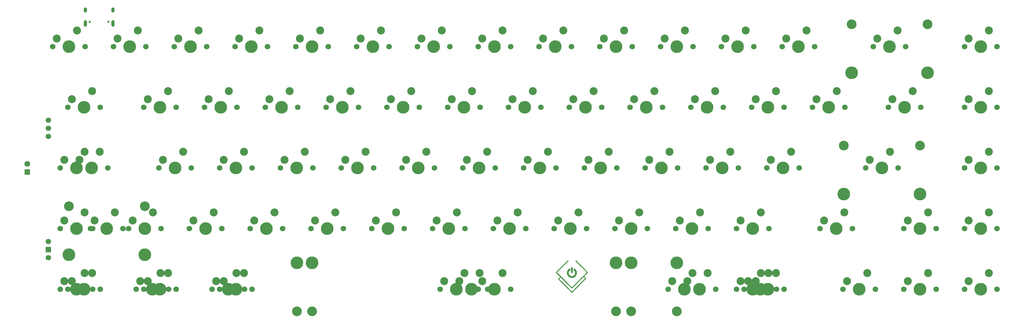
<source format=gts>
G04 #@! TF.GenerationSoftware,KiCad,Pcbnew,(5.1.5)-3*
G04 #@! TF.CreationDate,2021-03-03T02:22:02+07:00*
G04 #@! TF.ProjectId,EV65,45563635-2e6b-4696-9361-645f70636258,rev?*
G04 #@! TF.SameCoordinates,Original*
G04 #@! TF.FileFunction,Soldermask,Top*
G04 #@! TF.FilePolarity,Negative*
%FSLAX46Y46*%
G04 Gerber Fmt 4.6, Leading zero omitted, Abs format (unit mm)*
G04 Created by KiCad (PCBNEW (5.1.5)-3) date 2021-03-03 02:22:02*
%MOMM*%
%LPD*%
G04 APERTURE LIST*
%ADD10C,0.010000*%
%ADD11R,1.800000X1.800000*%
%ADD12C,1.800000*%
%ADD13C,1.700000*%
%ADD14R,1.700000X1.700000*%
%ADD15C,2.500000*%
%ADD16C,3.987800*%
%ADD17C,1.750000*%
%ADD18C,3.048000*%
%ADD19O,1.000000X1.600000*%
%ADD20O,1.000000X2.100000*%
%ADD21C,0.650000*%
G04 APERTURE END LIST*
D10*
G36*
X199565713Y-127671244D02*
G01*
X199607620Y-127682703D01*
X199618880Y-127687263D01*
X199662014Y-127711883D01*
X199700513Y-127744766D01*
X199732400Y-127783739D01*
X199755699Y-127826627D01*
X199762377Y-127845055D01*
X199764108Y-127850891D01*
X199765656Y-127856999D01*
X199767030Y-127864018D01*
X199768241Y-127872586D01*
X199769299Y-127883343D01*
X199770213Y-127896927D01*
X199770995Y-127913978D01*
X199771654Y-127935134D01*
X199772201Y-127961035D01*
X199772645Y-127992320D01*
X199772996Y-128029627D01*
X199773265Y-128073595D01*
X199773463Y-128124864D01*
X199773598Y-128184073D01*
X199773682Y-128251860D01*
X199773723Y-128328864D01*
X199773734Y-128415726D01*
X199773723Y-128513082D01*
X199773714Y-128559420D01*
X199773643Y-128668169D01*
X199773479Y-128768865D01*
X199773224Y-128861180D01*
X199772881Y-128944791D01*
X199772453Y-129019372D01*
X199771943Y-129084599D01*
X199771352Y-129140146D01*
X199770684Y-129185690D01*
X199769942Y-129220904D01*
X199769127Y-129245465D01*
X199768244Y-129259046D01*
X199767924Y-129261122D01*
X199754252Y-129301903D01*
X199732071Y-129340166D01*
X199703967Y-129374195D01*
X199672740Y-129404259D01*
X199642268Y-129425920D01*
X199609129Y-129441402D01*
X199591593Y-129447196D01*
X199558788Y-129453662D01*
X199521008Y-129456047D01*
X199482894Y-129454401D01*
X199449092Y-129448770D01*
X199438312Y-129445586D01*
X199391160Y-129423453D01*
X199349526Y-129392275D01*
X199314686Y-129353601D01*
X199287921Y-129308983D01*
X199270510Y-129259972D01*
X199266028Y-129236627D01*
X199265139Y-129224532D01*
X199264325Y-129201944D01*
X199263586Y-129169777D01*
X199262922Y-129128946D01*
X199262333Y-129080365D01*
X199261819Y-129024948D01*
X199261379Y-128963610D01*
X199261014Y-128897265D01*
X199260723Y-128826828D01*
X199260507Y-128753212D01*
X199260365Y-128677332D01*
X199260298Y-128600102D01*
X199260305Y-128522437D01*
X199260386Y-128445252D01*
X199260541Y-128369459D01*
X199260770Y-128295975D01*
X199261074Y-128225712D01*
X199261451Y-128159586D01*
X199261903Y-128098511D01*
X199262428Y-128043401D01*
X199263027Y-127995170D01*
X199263700Y-127954733D01*
X199264446Y-127923004D01*
X199265266Y-127900898D01*
X199266123Y-127889571D01*
X199279068Y-127838096D01*
X199301781Y-127791131D01*
X199333111Y-127749854D01*
X199371905Y-127715447D01*
X199417011Y-127689089D01*
X199467279Y-127671960D01*
X199481257Y-127669128D01*
X199521926Y-127666500D01*
X199565713Y-127671244D01*
G37*
X199565713Y-127671244D02*
X199607620Y-127682703D01*
X199618880Y-127687263D01*
X199662014Y-127711883D01*
X199700513Y-127744766D01*
X199732400Y-127783739D01*
X199755699Y-127826627D01*
X199762377Y-127845055D01*
X199764108Y-127850891D01*
X199765656Y-127856999D01*
X199767030Y-127864018D01*
X199768241Y-127872586D01*
X199769299Y-127883343D01*
X199770213Y-127896927D01*
X199770995Y-127913978D01*
X199771654Y-127935134D01*
X199772201Y-127961035D01*
X199772645Y-127992320D01*
X199772996Y-128029627D01*
X199773265Y-128073595D01*
X199773463Y-128124864D01*
X199773598Y-128184073D01*
X199773682Y-128251860D01*
X199773723Y-128328864D01*
X199773734Y-128415726D01*
X199773723Y-128513082D01*
X199773714Y-128559420D01*
X199773643Y-128668169D01*
X199773479Y-128768865D01*
X199773224Y-128861180D01*
X199772881Y-128944791D01*
X199772453Y-129019372D01*
X199771943Y-129084599D01*
X199771352Y-129140146D01*
X199770684Y-129185690D01*
X199769942Y-129220904D01*
X199769127Y-129245465D01*
X199768244Y-129259046D01*
X199767924Y-129261122D01*
X199754252Y-129301903D01*
X199732071Y-129340166D01*
X199703967Y-129374195D01*
X199672740Y-129404259D01*
X199642268Y-129425920D01*
X199609129Y-129441402D01*
X199591593Y-129447196D01*
X199558788Y-129453662D01*
X199521008Y-129456047D01*
X199482894Y-129454401D01*
X199449092Y-129448770D01*
X199438312Y-129445586D01*
X199391160Y-129423453D01*
X199349526Y-129392275D01*
X199314686Y-129353601D01*
X199287921Y-129308983D01*
X199270510Y-129259972D01*
X199266028Y-129236627D01*
X199265139Y-129224532D01*
X199264325Y-129201944D01*
X199263586Y-129169777D01*
X199262922Y-129128946D01*
X199262333Y-129080365D01*
X199261819Y-129024948D01*
X199261379Y-128963610D01*
X199261014Y-128897265D01*
X199260723Y-128826828D01*
X199260507Y-128753212D01*
X199260365Y-128677332D01*
X199260298Y-128600102D01*
X199260305Y-128522437D01*
X199260386Y-128445252D01*
X199260541Y-128369459D01*
X199260770Y-128295975D01*
X199261074Y-128225712D01*
X199261451Y-128159586D01*
X199261903Y-128098511D01*
X199262428Y-128043401D01*
X199263027Y-127995170D01*
X199263700Y-127954733D01*
X199264446Y-127923004D01*
X199265266Y-127900898D01*
X199266123Y-127889571D01*
X199279068Y-127838096D01*
X199301781Y-127791131D01*
X199333111Y-127749854D01*
X199371905Y-127715447D01*
X199417011Y-127689089D01*
X199467279Y-127671960D01*
X199481257Y-127669128D01*
X199521926Y-127666500D01*
X199565713Y-127671244D01*
G36*
X200346658Y-128187302D02*
G01*
X200394834Y-128204544D01*
X200419924Y-128218814D01*
X200451037Y-128240384D01*
X200486634Y-128268001D01*
X200525176Y-128300412D01*
X200565124Y-128336366D01*
X200604941Y-128374607D01*
X200610329Y-128379985D01*
X200680265Y-128453994D01*
X200741599Y-128527687D01*
X200796435Y-128603989D01*
X200846873Y-128685827D01*
X200895015Y-128776127D01*
X200895432Y-128776962D01*
X200948540Y-128896082D01*
X200991010Y-129018806D01*
X201022767Y-129144413D01*
X201043735Y-129272179D01*
X201053840Y-129401382D01*
X201053006Y-129531298D01*
X201041158Y-129661206D01*
X201018222Y-129790382D01*
X201005932Y-129841661D01*
X200974633Y-129945021D01*
X200933972Y-130050128D01*
X200885194Y-130154504D01*
X200829543Y-130255674D01*
X200768263Y-130351159D01*
X200712107Y-130426717D01*
X200685196Y-130458517D01*
X200651836Y-130494994D01*
X200614487Y-130533690D01*
X200575610Y-130572144D01*
X200537665Y-130607896D01*
X200503111Y-130638485D01*
X200487337Y-130651506D01*
X200394567Y-130719686D01*
X200294647Y-130782170D01*
X200189616Y-130837987D01*
X200081513Y-130886167D01*
X199972376Y-130925741D01*
X199864244Y-130955738D01*
X199833786Y-130962421D01*
X199756015Y-130976045D01*
X199673390Y-130986207D01*
X199589449Y-130992660D01*
X199507725Y-130995161D01*
X199431756Y-130993464D01*
X199408077Y-130991904D01*
X199287796Y-130977838D01*
X199170326Y-130954481D01*
X199056005Y-130922375D01*
X198931387Y-130876711D01*
X198812661Y-130821502D01*
X198700205Y-130757198D01*
X198594397Y-130684249D01*
X198495617Y-130603108D01*
X198404243Y-130514225D01*
X198320654Y-130418049D01*
X198245227Y-130315033D01*
X198178343Y-130205627D01*
X198120378Y-130090282D01*
X198071712Y-129969448D01*
X198032724Y-129843576D01*
X198003791Y-129713117D01*
X197995010Y-129659009D01*
X197990415Y-129617578D01*
X197987166Y-129567665D01*
X197985264Y-129512126D01*
X197984710Y-129453815D01*
X197985505Y-129395588D01*
X197987648Y-129340299D01*
X197991142Y-129290804D01*
X197994916Y-129257246D01*
X198018825Y-129125529D01*
X198053355Y-128997389D01*
X198098273Y-128873383D01*
X198153344Y-128754070D01*
X198218336Y-128640007D01*
X198293013Y-128531751D01*
X198306175Y-128514582D01*
X198337756Y-128476155D01*
X198374010Y-128435711D01*
X198413486Y-128394586D01*
X198454735Y-128354115D01*
X198496306Y-128315634D01*
X198536749Y-128280479D01*
X198574615Y-128249985D01*
X198608454Y-128225488D01*
X198636815Y-128208323D01*
X198640842Y-128206301D01*
X198690492Y-128188336D01*
X198741994Y-128180953D01*
X198793604Y-128183977D01*
X198843580Y-128197235D01*
X198890180Y-128220556D01*
X198907652Y-128232791D01*
X198932181Y-128255957D01*
X198956280Y-128286293D01*
X198977159Y-128319804D01*
X198992026Y-128352491D01*
X198992809Y-128354762D01*
X199003096Y-128402232D01*
X199003942Y-128452590D01*
X198995741Y-128502930D01*
X198978884Y-128550341D01*
X198962400Y-128579846D01*
X198949387Y-128596146D01*
X198930478Y-128615767D01*
X198909020Y-128635323D01*
X198900904Y-128642026D01*
X198868415Y-128669638D01*
X198832450Y-128702966D01*
X198795190Y-128739755D01*
X198758812Y-128777749D01*
X198725494Y-128814692D01*
X198697415Y-128848330D01*
X198682208Y-128868470D01*
X198634067Y-128944113D01*
X198591213Y-129027309D01*
X198555001Y-129114893D01*
X198526785Y-129203703D01*
X198512464Y-129265167D01*
X198504768Y-129315161D01*
X198499395Y-129372441D01*
X198496494Y-129433088D01*
X198496216Y-129493181D01*
X198498711Y-129548801D01*
X198500763Y-129571187D01*
X198517926Y-129675967D01*
X198545948Y-129777934D01*
X198584466Y-129876356D01*
X198633114Y-129970498D01*
X198691528Y-130059625D01*
X198759343Y-130143005D01*
X198811975Y-130197330D01*
X198890150Y-130264779D01*
X198975940Y-130324597D01*
X199067846Y-130376027D01*
X199164368Y-130418310D01*
X199264006Y-130450687D01*
X199351471Y-130470106D01*
X199385868Y-130474626D01*
X199428225Y-130477927D01*
X199475551Y-130479980D01*
X199524852Y-130480754D01*
X199573136Y-130480220D01*
X199617411Y-130478349D01*
X199654684Y-130475112D01*
X199668258Y-130473220D01*
X199775108Y-130450307D01*
X199877774Y-130417210D01*
X199975598Y-130374363D01*
X200067922Y-130322203D01*
X200154087Y-130261165D01*
X200233435Y-130191683D01*
X200305308Y-130114194D01*
X200369046Y-130029132D01*
X200390469Y-129995773D01*
X200410172Y-129961338D01*
X200431469Y-129920123D01*
X200452549Y-129875962D01*
X200471599Y-129832690D01*
X200486809Y-129794143D01*
X200490086Y-129784858D01*
X200518528Y-129684099D01*
X200536160Y-129581065D01*
X200543090Y-129476811D01*
X200539424Y-129372397D01*
X200525271Y-129268878D01*
X200500739Y-129167314D01*
X200465934Y-129068760D01*
X200420966Y-128974276D01*
X200404566Y-128945275D01*
X200358674Y-128873415D01*
X200308924Y-128808041D01*
X200253129Y-128746609D01*
X200189101Y-128686574D01*
X200163058Y-128664348D01*
X200138092Y-128642803D01*
X200114637Y-128621270D01*
X200094963Y-128601922D01*
X200081341Y-128586931D01*
X200079012Y-128583935D01*
X200056316Y-128544382D01*
X200040794Y-128499008D01*
X200033104Y-128451175D01*
X200033905Y-128404248D01*
X200038670Y-128378184D01*
X200056961Y-128327576D01*
X200083530Y-128283390D01*
X200117123Y-128246235D01*
X200156490Y-128216723D01*
X200200379Y-128195464D01*
X200247538Y-128183067D01*
X200296715Y-128180143D01*
X200346658Y-128187302D01*
G37*
X200346658Y-128187302D02*
X200394834Y-128204544D01*
X200419924Y-128218814D01*
X200451037Y-128240384D01*
X200486634Y-128268001D01*
X200525176Y-128300412D01*
X200565124Y-128336366D01*
X200604941Y-128374607D01*
X200610329Y-128379985D01*
X200680265Y-128453994D01*
X200741599Y-128527687D01*
X200796435Y-128603989D01*
X200846873Y-128685827D01*
X200895015Y-128776127D01*
X200895432Y-128776962D01*
X200948540Y-128896082D01*
X200991010Y-129018806D01*
X201022767Y-129144413D01*
X201043735Y-129272179D01*
X201053840Y-129401382D01*
X201053006Y-129531298D01*
X201041158Y-129661206D01*
X201018222Y-129790382D01*
X201005932Y-129841661D01*
X200974633Y-129945021D01*
X200933972Y-130050128D01*
X200885194Y-130154504D01*
X200829543Y-130255674D01*
X200768263Y-130351159D01*
X200712107Y-130426717D01*
X200685196Y-130458517D01*
X200651836Y-130494994D01*
X200614487Y-130533690D01*
X200575610Y-130572144D01*
X200537665Y-130607896D01*
X200503111Y-130638485D01*
X200487337Y-130651506D01*
X200394567Y-130719686D01*
X200294647Y-130782170D01*
X200189616Y-130837987D01*
X200081513Y-130886167D01*
X199972376Y-130925741D01*
X199864244Y-130955738D01*
X199833786Y-130962421D01*
X199756015Y-130976045D01*
X199673390Y-130986207D01*
X199589449Y-130992660D01*
X199507725Y-130995161D01*
X199431756Y-130993464D01*
X199408077Y-130991904D01*
X199287796Y-130977838D01*
X199170326Y-130954481D01*
X199056005Y-130922375D01*
X198931387Y-130876711D01*
X198812661Y-130821502D01*
X198700205Y-130757198D01*
X198594397Y-130684249D01*
X198495617Y-130603108D01*
X198404243Y-130514225D01*
X198320654Y-130418049D01*
X198245227Y-130315033D01*
X198178343Y-130205627D01*
X198120378Y-130090282D01*
X198071712Y-129969448D01*
X198032724Y-129843576D01*
X198003791Y-129713117D01*
X197995010Y-129659009D01*
X197990415Y-129617578D01*
X197987166Y-129567665D01*
X197985264Y-129512126D01*
X197984710Y-129453815D01*
X197985505Y-129395588D01*
X197987648Y-129340299D01*
X197991142Y-129290804D01*
X197994916Y-129257246D01*
X198018825Y-129125529D01*
X198053355Y-128997389D01*
X198098273Y-128873383D01*
X198153344Y-128754070D01*
X198218336Y-128640007D01*
X198293013Y-128531751D01*
X198306175Y-128514582D01*
X198337756Y-128476155D01*
X198374010Y-128435711D01*
X198413486Y-128394586D01*
X198454735Y-128354115D01*
X198496306Y-128315634D01*
X198536749Y-128280479D01*
X198574615Y-128249985D01*
X198608454Y-128225488D01*
X198636815Y-128208323D01*
X198640842Y-128206301D01*
X198690492Y-128188336D01*
X198741994Y-128180953D01*
X198793604Y-128183977D01*
X198843580Y-128197235D01*
X198890180Y-128220556D01*
X198907652Y-128232791D01*
X198932181Y-128255957D01*
X198956280Y-128286293D01*
X198977159Y-128319804D01*
X198992026Y-128352491D01*
X198992809Y-128354762D01*
X199003096Y-128402232D01*
X199003942Y-128452590D01*
X198995741Y-128502930D01*
X198978884Y-128550341D01*
X198962400Y-128579846D01*
X198949387Y-128596146D01*
X198930478Y-128615767D01*
X198909020Y-128635323D01*
X198900904Y-128642026D01*
X198868415Y-128669638D01*
X198832450Y-128702966D01*
X198795190Y-128739755D01*
X198758812Y-128777749D01*
X198725494Y-128814692D01*
X198697415Y-128848330D01*
X198682208Y-128868470D01*
X198634067Y-128944113D01*
X198591213Y-129027309D01*
X198555001Y-129114893D01*
X198526785Y-129203703D01*
X198512464Y-129265167D01*
X198504768Y-129315161D01*
X198499395Y-129372441D01*
X198496494Y-129433088D01*
X198496216Y-129493181D01*
X198498711Y-129548801D01*
X198500763Y-129571187D01*
X198517926Y-129675967D01*
X198545948Y-129777934D01*
X198584466Y-129876356D01*
X198633114Y-129970498D01*
X198691528Y-130059625D01*
X198759343Y-130143005D01*
X198811975Y-130197330D01*
X198890150Y-130264779D01*
X198975940Y-130324597D01*
X199067846Y-130376027D01*
X199164368Y-130418310D01*
X199264006Y-130450687D01*
X199351471Y-130470106D01*
X199385868Y-130474626D01*
X199428225Y-130477927D01*
X199475551Y-130479980D01*
X199524852Y-130480754D01*
X199573136Y-130480220D01*
X199617411Y-130478349D01*
X199654684Y-130475112D01*
X199668258Y-130473220D01*
X199775108Y-130450307D01*
X199877774Y-130417210D01*
X199975598Y-130374363D01*
X200067922Y-130322203D01*
X200154087Y-130261165D01*
X200233435Y-130191683D01*
X200305308Y-130114194D01*
X200369046Y-130029132D01*
X200390469Y-129995773D01*
X200410172Y-129961338D01*
X200431469Y-129920123D01*
X200452549Y-129875962D01*
X200471599Y-129832690D01*
X200486809Y-129794143D01*
X200490086Y-129784858D01*
X200518528Y-129684099D01*
X200536160Y-129581065D01*
X200543090Y-129476811D01*
X200539424Y-129372397D01*
X200525271Y-129268878D01*
X200500739Y-129167314D01*
X200465934Y-129068760D01*
X200420966Y-128974276D01*
X200404566Y-128945275D01*
X200358674Y-128873415D01*
X200308924Y-128808041D01*
X200253129Y-128746609D01*
X200189101Y-128686574D01*
X200163058Y-128664348D01*
X200138092Y-128642803D01*
X200114637Y-128621270D01*
X200094963Y-128601922D01*
X200081341Y-128586931D01*
X200079012Y-128583935D01*
X200056316Y-128544382D01*
X200040794Y-128499008D01*
X200033104Y-128451175D01*
X200033905Y-128404248D01*
X200038670Y-128378184D01*
X200056961Y-128327576D01*
X200083530Y-128283390D01*
X200117123Y-128246235D01*
X200156490Y-128216723D01*
X200200379Y-128195464D01*
X200247538Y-128183067D01*
X200296715Y-128180143D01*
X200346658Y-128187302D01*
G36*
X198279730Y-125600102D02*
G01*
X198312323Y-125611228D01*
X198340391Y-125630984D01*
X198354319Y-125647130D01*
X198367591Y-125674470D01*
X198374183Y-125706843D01*
X198373426Y-125739580D01*
X198369830Y-125755435D01*
X198368163Y-125758353D01*
X198364211Y-125763489D01*
X198357770Y-125771049D01*
X198348637Y-125781238D01*
X198336607Y-125794262D01*
X198321477Y-125810327D01*
X198303043Y-125829638D01*
X198281101Y-125852402D01*
X198255447Y-125878824D01*
X198225877Y-125909109D01*
X198192187Y-125943464D01*
X198154173Y-125982095D01*
X198111631Y-126025206D01*
X198064357Y-126073005D01*
X198012148Y-126125695D01*
X197954799Y-126183484D01*
X197892107Y-126246577D01*
X197823867Y-126315180D01*
X197749876Y-126389498D01*
X197669930Y-126469738D01*
X197583824Y-126556104D01*
X197491355Y-126648803D01*
X197392319Y-126748041D01*
X197286512Y-126854023D01*
X197173730Y-126966954D01*
X197053769Y-127087042D01*
X196926425Y-127214490D01*
X196791494Y-127349506D01*
X196648773Y-127492295D01*
X196586847Y-127554245D01*
X194810887Y-129330828D01*
X199519857Y-134039798D01*
X201874347Y-131685303D01*
X204228836Y-129330808D01*
X202455663Y-127557089D01*
X202336349Y-127437716D01*
X202219048Y-127320316D01*
X202104020Y-127205148D01*
X201991525Y-127092474D01*
X201881823Y-126982557D01*
X201775173Y-126875656D01*
X201671835Y-126772033D01*
X201572069Y-126671950D01*
X201476136Y-126575667D01*
X201384294Y-126483446D01*
X201296804Y-126395549D01*
X201213925Y-126312236D01*
X201135917Y-126233770D01*
X201063040Y-126160410D01*
X200995555Y-126092419D01*
X200933720Y-126030057D01*
X200877795Y-125973587D01*
X200828040Y-125923269D01*
X200784716Y-125879365D01*
X200748082Y-125842135D01*
X200718397Y-125811842D01*
X200695922Y-125788746D01*
X200680917Y-125773109D01*
X200673640Y-125765192D01*
X200672977Y-125764313D01*
X200664304Y-125735108D01*
X200664257Y-125702687D01*
X200672171Y-125670467D01*
X200687380Y-125641867D01*
X200699477Y-125628102D01*
X200726595Y-125610126D01*
X200758904Y-125600157D01*
X200793011Y-125598679D01*
X200825520Y-125606176D01*
X200832287Y-125609159D01*
X200837727Y-125613535D01*
X200849836Y-125624634D01*
X200868676Y-125642521D01*
X200894312Y-125667258D01*
X200926809Y-125698910D01*
X200966231Y-125737541D01*
X201012640Y-125783213D01*
X201066103Y-125835991D01*
X201126682Y-125895939D01*
X201194442Y-125963119D01*
X201269447Y-126037596D01*
X201351761Y-126119434D01*
X201441448Y-126208697D01*
X201538572Y-126305447D01*
X201643198Y-126409748D01*
X201755389Y-126521665D01*
X201875209Y-126641262D01*
X202002723Y-126768601D01*
X202137995Y-126903746D01*
X202281088Y-127046761D01*
X202432068Y-127197711D01*
X202590997Y-127356658D01*
X202679974Y-127445664D01*
X204504454Y-129270875D01*
X204511341Y-129300841D01*
X204515226Y-129325528D01*
X204513831Y-129348272D01*
X204511314Y-129360773D01*
X204510284Y-129364925D01*
X204508902Y-129369134D01*
X204506780Y-129373803D01*
X204503533Y-129379334D01*
X204498773Y-129386126D01*
X204492115Y-129394583D01*
X204483172Y-129405106D01*
X204471558Y-129418095D01*
X204456886Y-129433954D01*
X204438771Y-129453082D01*
X204416824Y-129475882D01*
X204390661Y-129502756D01*
X204359895Y-129534104D01*
X204324139Y-129570329D01*
X204283007Y-129611831D01*
X204236113Y-129659012D01*
X204183070Y-129712275D01*
X204123491Y-129772019D01*
X204056991Y-129838648D01*
X203983183Y-129912562D01*
X203904377Y-129991463D01*
X203304353Y-130592187D01*
X203610303Y-130899014D01*
X203667371Y-130956267D01*
X203716908Y-131006037D01*
X203759459Y-131048907D01*
X203795570Y-131085459D01*
X203825788Y-131116279D01*
X203850657Y-131141950D01*
X203870724Y-131163055D01*
X203886534Y-131180178D01*
X203898632Y-131193903D01*
X203907565Y-131204813D01*
X203913878Y-131213493D01*
X203918117Y-131220524D01*
X203920827Y-131226492D01*
X203922555Y-131231980D01*
X203922900Y-131233355D01*
X203926542Y-131267759D01*
X203921414Y-131300636D01*
X203915228Y-131316094D01*
X203910816Y-131320902D01*
X203898566Y-131333545D01*
X203878710Y-131353787D01*
X203851485Y-131381395D01*
X203817124Y-131416131D01*
X203775863Y-131457760D01*
X203727936Y-131506048D01*
X203673577Y-131560759D01*
X203613021Y-131621658D01*
X203546504Y-131688508D01*
X203474258Y-131761075D01*
X203396520Y-131839124D01*
X203313523Y-131922418D01*
X203225502Y-132010723D01*
X203132693Y-132103803D01*
X203035329Y-132201423D01*
X202933645Y-132303348D01*
X202827875Y-132409341D01*
X202718255Y-132519168D01*
X202605019Y-132632594D01*
X202488402Y-132749382D01*
X202368637Y-132869298D01*
X202245961Y-132992106D01*
X202120607Y-133117571D01*
X201992810Y-133245457D01*
X201862804Y-133375530D01*
X201748418Y-133489955D01*
X201573204Y-133665199D01*
X201405960Y-133832436D01*
X201246602Y-133991750D01*
X201095048Y-134143223D01*
X200951213Y-134286939D01*
X200815013Y-134422982D01*
X200686365Y-134551434D01*
X200565185Y-134672380D01*
X200451389Y-134785901D01*
X200344894Y-134892082D01*
X200245616Y-134991006D01*
X200153471Y-135082757D01*
X200068374Y-135167416D01*
X199990244Y-135245068D01*
X199918995Y-135315797D01*
X199854545Y-135379684D01*
X199796809Y-135436815D01*
X199745703Y-135487271D01*
X199701144Y-135531136D01*
X199663049Y-135568494D01*
X199631333Y-135599427D01*
X199605912Y-135624020D01*
X199586704Y-135642355D01*
X199573624Y-135654515D01*
X199566588Y-135660585D01*
X199565516Y-135661296D01*
X199533710Y-135670226D01*
X199498239Y-135669785D01*
X199477044Y-135665142D01*
X199473978Y-135663161D01*
X199467830Y-135658047D01*
X199458427Y-135649627D01*
X199445597Y-135637730D01*
X199429166Y-135622185D01*
X199408962Y-135602819D01*
X199384812Y-135579461D01*
X199356544Y-135551939D01*
X199323983Y-135520082D01*
X199286958Y-135483718D01*
X199245295Y-135442675D01*
X199198822Y-135396782D01*
X199147365Y-135345868D01*
X199090753Y-135289760D01*
X199028812Y-135228287D01*
X198961369Y-135161277D01*
X198888251Y-135088559D01*
X198809286Y-135009960D01*
X198724301Y-134925311D01*
X198633122Y-134834438D01*
X198535578Y-134737170D01*
X198431495Y-134633336D01*
X198320700Y-134522763D01*
X198203020Y-134405281D01*
X198078283Y-134280718D01*
X197946316Y-134148901D01*
X197806946Y-134009660D01*
X197660000Y-133862823D01*
X197505305Y-133708218D01*
X197372246Y-133575219D01*
X197239198Y-133442205D01*
X197108537Y-133311541D01*
X196980490Y-133183453D01*
X196855285Y-133058169D01*
X196733146Y-132935918D01*
X196614303Y-132816927D01*
X196498980Y-132701424D01*
X196387406Y-132589636D01*
X196279806Y-132481792D01*
X196176408Y-132378120D01*
X196077439Y-132278846D01*
X195983125Y-132184199D01*
X195893694Y-132094407D01*
X195809371Y-132009698D01*
X195730385Y-131930298D01*
X195656961Y-131856437D01*
X195589326Y-131788342D01*
X195527708Y-131726241D01*
X195472333Y-131670361D01*
X195423428Y-131620931D01*
X195381220Y-131578177D01*
X195345935Y-131542329D01*
X195317801Y-131513613D01*
X195297044Y-131492258D01*
X195283891Y-131478491D01*
X195278569Y-131472541D01*
X195278480Y-131472392D01*
X195267295Y-131437618D01*
X195267232Y-131419891D01*
X195552898Y-131419891D01*
X197533522Y-133400613D01*
X197659581Y-133526663D01*
X197783626Y-133650668D01*
X197905414Y-133772385D01*
X198024698Y-133891570D01*
X198141234Y-134007979D01*
X198254778Y-134121369D01*
X198365084Y-134231494D01*
X198471908Y-134338113D01*
X198575005Y-134440980D01*
X198674130Y-134539852D01*
X198769038Y-134634485D01*
X198859485Y-134724636D01*
X198945227Y-134810059D01*
X199026017Y-134890513D01*
X199101611Y-134965752D01*
X199171765Y-135035533D01*
X199236234Y-135099612D01*
X199294772Y-135157746D01*
X199347136Y-135209689D01*
X199393080Y-135255200D01*
X199432360Y-135294033D01*
X199464731Y-135325945D01*
X199489947Y-135350692D01*
X199507765Y-135368030D01*
X199517939Y-135377715D01*
X199520402Y-135379813D01*
X199524788Y-135375717D01*
X199536999Y-135363782D01*
X199556794Y-135344247D01*
X199583933Y-135317352D01*
X199618177Y-135283336D01*
X199659285Y-135242440D01*
X199707017Y-135194904D01*
X199761134Y-135140968D01*
X199821394Y-135080870D01*
X199887558Y-135014852D01*
X199959386Y-134943152D01*
X200036637Y-134866012D01*
X200119073Y-134783670D01*
X200206451Y-134696367D01*
X200298533Y-134604342D01*
X200395079Y-134507836D01*
X200495848Y-134407087D01*
X200600599Y-134302337D01*
X200709094Y-134193825D01*
X200821092Y-134081790D01*
X200936353Y-133966473D01*
X201054637Y-133848113D01*
X201175703Y-133726950D01*
X201299312Y-133603225D01*
X201425223Y-133477177D01*
X201553197Y-133349045D01*
X201581996Y-133320208D01*
X203637334Y-131262127D01*
X203386549Y-131011391D01*
X203135765Y-130760655D01*
X201362056Y-132534167D01*
X201206208Y-132689980D01*
X201058292Y-132837823D01*
X200918189Y-132977815D01*
X200785778Y-133110076D01*
X200660938Y-133234727D01*
X200543549Y-133351887D01*
X200433489Y-133461677D01*
X200330638Y-133564215D01*
X200234876Y-133659621D01*
X200146081Y-133748017D01*
X200064133Y-133829521D01*
X199988911Y-133904253D01*
X199920295Y-133972334D01*
X199858163Y-134033883D01*
X199802395Y-134089020D01*
X199752870Y-134137864D01*
X199709468Y-134180537D01*
X199672068Y-134217157D01*
X199640549Y-134247844D01*
X199614790Y-134272719D01*
X199594670Y-134291901D01*
X199580070Y-134305511D01*
X199570868Y-134313667D01*
X199567127Y-134316434D01*
X199542811Y-134322776D01*
X199514191Y-134324953D01*
X199486900Y-134322797D01*
X199473135Y-134319218D01*
X199467945Y-134314771D01*
X199454920Y-134302473D01*
X199434288Y-134282549D01*
X199406279Y-134255229D01*
X199371123Y-134220740D01*
X199329047Y-134179310D01*
X199280281Y-134131166D01*
X199225055Y-134076536D01*
X199163597Y-134015647D01*
X199096137Y-133948728D01*
X199022903Y-133876007D01*
X198944125Y-133797710D01*
X198860031Y-133714065D01*
X198770852Y-133625301D01*
X198676815Y-133531645D01*
X198578150Y-133433325D01*
X198475086Y-133330567D01*
X198367852Y-133223601D01*
X198256678Y-133112654D01*
X198141792Y-132997953D01*
X198023423Y-132879727D01*
X197901801Y-132758202D01*
X197777155Y-132633607D01*
X197757548Y-132614004D01*
X196058028Y-130914761D01*
X195552898Y-131419891D01*
X195267232Y-131419891D01*
X195267170Y-131402585D01*
X195270423Y-131387077D01*
X195272216Y-131381572D01*
X195275049Y-131375514D01*
X195279469Y-131368320D01*
X195286020Y-131359410D01*
X195295247Y-131348203D01*
X195307695Y-131334116D01*
X195323909Y-131316570D01*
X195344435Y-131294983D01*
X195369817Y-131268773D01*
X195400600Y-131237359D01*
X195437330Y-131200161D01*
X195480552Y-131156596D01*
X195530810Y-131106084D01*
X195583608Y-131053099D01*
X195889520Y-130746245D01*
X195214826Y-130071346D01*
X195118968Y-129975406D01*
X195031058Y-129887307D01*
X194950920Y-129806871D01*
X194878379Y-129733920D01*
X194813261Y-129668274D01*
X194755388Y-129609756D01*
X194704587Y-129558186D01*
X194660681Y-129513385D01*
X194623494Y-129475176D01*
X194592853Y-129443379D01*
X194568580Y-129417815D01*
X194550502Y-129398306D01*
X194538441Y-129384674D01*
X194532223Y-129376739D01*
X194531375Y-129375226D01*
X194523627Y-129342567D01*
X194525317Y-129308254D01*
X194533584Y-129282290D01*
X194538466Y-129276423D01*
X194551123Y-129262823D01*
X194571243Y-129241803D01*
X194598516Y-129213673D01*
X194632628Y-129178745D01*
X194673270Y-129137331D01*
X194720129Y-129089742D01*
X194772893Y-129036289D01*
X194831251Y-128977284D01*
X194894892Y-128913038D01*
X194963503Y-128843862D01*
X195036774Y-128770069D01*
X195114393Y-128691969D01*
X195196047Y-128609874D01*
X195281427Y-128524095D01*
X195370219Y-128434943D01*
X195462112Y-128342731D01*
X195556796Y-128247769D01*
X195653958Y-128150370D01*
X195753286Y-128050843D01*
X195854469Y-127949502D01*
X195957196Y-127846656D01*
X196061155Y-127742618D01*
X196166035Y-127637699D01*
X196271523Y-127532211D01*
X196377308Y-127426464D01*
X196483079Y-127320770D01*
X196588524Y-127215442D01*
X196693331Y-127110789D01*
X196797190Y-127007124D01*
X196899787Y-126904758D01*
X197000813Y-126804002D01*
X197099955Y-126705167D01*
X197196901Y-126608566D01*
X197291340Y-126514510D01*
X197382961Y-126423309D01*
X197471451Y-126335276D01*
X197556500Y-126250722D01*
X197637796Y-126169958D01*
X197715027Y-126093296D01*
X197787881Y-126021047D01*
X197856047Y-125953522D01*
X197919214Y-125891033D01*
X197977070Y-125833892D01*
X198029302Y-125782409D01*
X198075601Y-125736897D01*
X198115654Y-125697666D01*
X198149149Y-125665028D01*
X198175775Y-125639294D01*
X198195220Y-125620776D01*
X198207174Y-125609786D01*
X198211142Y-125606619D01*
X198245155Y-125598326D01*
X198279730Y-125600102D01*
G37*
X198279730Y-125600102D02*
X198312323Y-125611228D01*
X198340391Y-125630984D01*
X198354319Y-125647130D01*
X198367591Y-125674470D01*
X198374183Y-125706843D01*
X198373426Y-125739580D01*
X198369830Y-125755435D01*
X198368163Y-125758353D01*
X198364211Y-125763489D01*
X198357770Y-125771049D01*
X198348637Y-125781238D01*
X198336607Y-125794262D01*
X198321477Y-125810327D01*
X198303043Y-125829638D01*
X198281101Y-125852402D01*
X198255447Y-125878824D01*
X198225877Y-125909109D01*
X198192187Y-125943464D01*
X198154173Y-125982095D01*
X198111631Y-126025206D01*
X198064357Y-126073005D01*
X198012148Y-126125695D01*
X197954799Y-126183484D01*
X197892107Y-126246577D01*
X197823867Y-126315180D01*
X197749876Y-126389498D01*
X197669930Y-126469738D01*
X197583824Y-126556104D01*
X197491355Y-126648803D01*
X197392319Y-126748041D01*
X197286512Y-126854023D01*
X197173730Y-126966954D01*
X197053769Y-127087042D01*
X196926425Y-127214490D01*
X196791494Y-127349506D01*
X196648773Y-127492295D01*
X196586847Y-127554245D01*
X194810887Y-129330828D01*
X199519857Y-134039798D01*
X201874347Y-131685303D01*
X204228836Y-129330808D01*
X202455663Y-127557089D01*
X202336349Y-127437716D01*
X202219048Y-127320316D01*
X202104020Y-127205148D01*
X201991525Y-127092474D01*
X201881823Y-126982557D01*
X201775173Y-126875656D01*
X201671835Y-126772033D01*
X201572069Y-126671950D01*
X201476136Y-126575667D01*
X201384294Y-126483446D01*
X201296804Y-126395549D01*
X201213925Y-126312236D01*
X201135917Y-126233770D01*
X201063040Y-126160410D01*
X200995555Y-126092419D01*
X200933720Y-126030057D01*
X200877795Y-125973587D01*
X200828040Y-125923269D01*
X200784716Y-125879365D01*
X200748082Y-125842135D01*
X200718397Y-125811842D01*
X200695922Y-125788746D01*
X200680917Y-125773109D01*
X200673640Y-125765192D01*
X200672977Y-125764313D01*
X200664304Y-125735108D01*
X200664257Y-125702687D01*
X200672171Y-125670467D01*
X200687380Y-125641867D01*
X200699477Y-125628102D01*
X200726595Y-125610126D01*
X200758904Y-125600157D01*
X200793011Y-125598679D01*
X200825520Y-125606176D01*
X200832287Y-125609159D01*
X200837727Y-125613535D01*
X200849836Y-125624634D01*
X200868676Y-125642521D01*
X200894312Y-125667258D01*
X200926809Y-125698910D01*
X200966231Y-125737541D01*
X201012640Y-125783213D01*
X201066103Y-125835991D01*
X201126682Y-125895939D01*
X201194442Y-125963119D01*
X201269447Y-126037596D01*
X201351761Y-126119434D01*
X201441448Y-126208697D01*
X201538572Y-126305447D01*
X201643198Y-126409748D01*
X201755389Y-126521665D01*
X201875209Y-126641262D01*
X202002723Y-126768601D01*
X202137995Y-126903746D01*
X202281088Y-127046761D01*
X202432068Y-127197711D01*
X202590997Y-127356658D01*
X202679974Y-127445664D01*
X204504454Y-129270875D01*
X204511341Y-129300841D01*
X204515226Y-129325528D01*
X204513831Y-129348272D01*
X204511314Y-129360773D01*
X204510284Y-129364925D01*
X204508902Y-129369134D01*
X204506780Y-129373803D01*
X204503533Y-129379334D01*
X204498773Y-129386126D01*
X204492115Y-129394583D01*
X204483172Y-129405106D01*
X204471558Y-129418095D01*
X204456886Y-129433954D01*
X204438771Y-129453082D01*
X204416824Y-129475882D01*
X204390661Y-129502756D01*
X204359895Y-129534104D01*
X204324139Y-129570329D01*
X204283007Y-129611831D01*
X204236113Y-129659012D01*
X204183070Y-129712275D01*
X204123491Y-129772019D01*
X204056991Y-129838648D01*
X203983183Y-129912562D01*
X203904377Y-129991463D01*
X203304353Y-130592187D01*
X203610303Y-130899014D01*
X203667371Y-130956267D01*
X203716908Y-131006037D01*
X203759459Y-131048907D01*
X203795570Y-131085459D01*
X203825788Y-131116279D01*
X203850657Y-131141950D01*
X203870724Y-131163055D01*
X203886534Y-131180178D01*
X203898632Y-131193903D01*
X203907565Y-131204813D01*
X203913878Y-131213493D01*
X203918117Y-131220524D01*
X203920827Y-131226492D01*
X203922555Y-131231980D01*
X203922900Y-131233355D01*
X203926542Y-131267759D01*
X203921414Y-131300636D01*
X203915228Y-131316094D01*
X203910816Y-131320902D01*
X203898566Y-131333545D01*
X203878710Y-131353787D01*
X203851485Y-131381395D01*
X203817124Y-131416131D01*
X203775863Y-131457760D01*
X203727936Y-131506048D01*
X203673577Y-131560759D01*
X203613021Y-131621658D01*
X203546504Y-131688508D01*
X203474258Y-131761075D01*
X203396520Y-131839124D01*
X203313523Y-131922418D01*
X203225502Y-132010723D01*
X203132693Y-132103803D01*
X203035329Y-132201423D01*
X202933645Y-132303348D01*
X202827875Y-132409341D01*
X202718255Y-132519168D01*
X202605019Y-132632594D01*
X202488402Y-132749382D01*
X202368637Y-132869298D01*
X202245961Y-132992106D01*
X202120607Y-133117571D01*
X201992810Y-133245457D01*
X201862804Y-133375530D01*
X201748418Y-133489955D01*
X201573204Y-133665199D01*
X201405960Y-133832436D01*
X201246602Y-133991750D01*
X201095048Y-134143223D01*
X200951213Y-134286939D01*
X200815013Y-134422982D01*
X200686365Y-134551434D01*
X200565185Y-134672380D01*
X200451389Y-134785901D01*
X200344894Y-134892082D01*
X200245616Y-134991006D01*
X200153471Y-135082757D01*
X200068374Y-135167416D01*
X199990244Y-135245068D01*
X199918995Y-135315797D01*
X199854545Y-135379684D01*
X199796809Y-135436815D01*
X199745703Y-135487271D01*
X199701144Y-135531136D01*
X199663049Y-135568494D01*
X199631333Y-135599427D01*
X199605912Y-135624020D01*
X199586704Y-135642355D01*
X199573624Y-135654515D01*
X199566588Y-135660585D01*
X199565516Y-135661296D01*
X199533710Y-135670226D01*
X199498239Y-135669785D01*
X199477044Y-135665142D01*
X199473978Y-135663161D01*
X199467830Y-135658047D01*
X199458427Y-135649627D01*
X199445597Y-135637730D01*
X199429166Y-135622185D01*
X199408962Y-135602819D01*
X199384812Y-135579461D01*
X199356544Y-135551939D01*
X199323983Y-135520082D01*
X199286958Y-135483718D01*
X199245295Y-135442675D01*
X199198822Y-135396782D01*
X199147365Y-135345868D01*
X199090753Y-135289760D01*
X199028812Y-135228287D01*
X198961369Y-135161277D01*
X198888251Y-135088559D01*
X198809286Y-135009960D01*
X198724301Y-134925311D01*
X198633122Y-134834438D01*
X198535578Y-134737170D01*
X198431495Y-134633336D01*
X198320700Y-134522763D01*
X198203020Y-134405281D01*
X198078283Y-134280718D01*
X197946316Y-134148901D01*
X197806946Y-134009660D01*
X197660000Y-133862823D01*
X197505305Y-133708218D01*
X197372246Y-133575219D01*
X197239198Y-133442205D01*
X197108537Y-133311541D01*
X196980490Y-133183453D01*
X196855285Y-133058169D01*
X196733146Y-132935918D01*
X196614303Y-132816927D01*
X196498980Y-132701424D01*
X196387406Y-132589636D01*
X196279806Y-132481792D01*
X196176408Y-132378120D01*
X196077439Y-132278846D01*
X195983125Y-132184199D01*
X195893694Y-132094407D01*
X195809371Y-132009698D01*
X195730385Y-131930298D01*
X195656961Y-131856437D01*
X195589326Y-131788342D01*
X195527708Y-131726241D01*
X195472333Y-131670361D01*
X195423428Y-131620931D01*
X195381220Y-131578177D01*
X195345935Y-131542329D01*
X195317801Y-131513613D01*
X195297044Y-131492258D01*
X195283891Y-131478491D01*
X195278569Y-131472541D01*
X195278480Y-131472392D01*
X195267295Y-131437618D01*
X195267232Y-131419891D01*
X195552898Y-131419891D01*
X197533522Y-133400613D01*
X197659581Y-133526663D01*
X197783626Y-133650668D01*
X197905414Y-133772385D01*
X198024698Y-133891570D01*
X198141234Y-134007979D01*
X198254778Y-134121369D01*
X198365084Y-134231494D01*
X198471908Y-134338113D01*
X198575005Y-134440980D01*
X198674130Y-134539852D01*
X198769038Y-134634485D01*
X198859485Y-134724636D01*
X198945227Y-134810059D01*
X199026017Y-134890513D01*
X199101611Y-134965752D01*
X199171765Y-135035533D01*
X199236234Y-135099612D01*
X199294772Y-135157746D01*
X199347136Y-135209689D01*
X199393080Y-135255200D01*
X199432360Y-135294033D01*
X199464731Y-135325945D01*
X199489947Y-135350692D01*
X199507765Y-135368030D01*
X199517939Y-135377715D01*
X199520402Y-135379813D01*
X199524788Y-135375717D01*
X199536999Y-135363782D01*
X199556794Y-135344247D01*
X199583933Y-135317352D01*
X199618177Y-135283336D01*
X199659285Y-135242440D01*
X199707017Y-135194904D01*
X199761134Y-135140968D01*
X199821394Y-135080870D01*
X199887558Y-135014852D01*
X199959386Y-134943152D01*
X200036637Y-134866012D01*
X200119073Y-134783670D01*
X200206451Y-134696367D01*
X200298533Y-134604342D01*
X200395079Y-134507836D01*
X200495848Y-134407087D01*
X200600599Y-134302337D01*
X200709094Y-134193825D01*
X200821092Y-134081790D01*
X200936353Y-133966473D01*
X201054637Y-133848113D01*
X201175703Y-133726950D01*
X201299312Y-133603225D01*
X201425223Y-133477177D01*
X201553197Y-133349045D01*
X201581996Y-133320208D01*
X203637334Y-131262127D01*
X203386549Y-131011391D01*
X203135765Y-130760655D01*
X201362056Y-132534167D01*
X201206208Y-132689980D01*
X201058292Y-132837823D01*
X200918189Y-132977815D01*
X200785778Y-133110076D01*
X200660938Y-133234727D01*
X200543549Y-133351887D01*
X200433489Y-133461677D01*
X200330638Y-133564215D01*
X200234876Y-133659621D01*
X200146081Y-133748017D01*
X200064133Y-133829521D01*
X199988911Y-133904253D01*
X199920295Y-133972334D01*
X199858163Y-134033883D01*
X199802395Y-134089020D01*
X199752870Y-134137864D01*
X199709468Y-134180537D01*
X199672068Y-134217157D01*
X199640549Y-134247844D01*
X199614790Y-134272719D01*
X199594670Y-134291901D01*
X199580070Y-134305511D01*
X199570868Y-134313667D01*
X199567127Y-134316434D01*
X199542811Y-134322776D01*
X199514191Y-134324953D01*
X199486900Y-134322797D01*
X199473135Y-134319218D01*
X199467945Y-134314771D01*
X199454920Y-134302473D01*
X199434288Y-134282549D01*
X199406279Y-134255229D01*
X199371123Y-134220740D01*
X199329047Y-134179310D01*
X199280281Y-134131166D01*
X199225055Y-134076536D01*
X199163597Y-134015647D01*
X199096137Y-133948728D01*
X199022903Y-133876007D01*
X198944125Y-133797710D01*
X198860031Y-133714065D01*
X198770852Y-133625301D01*
X198676815Y-133531645D01*
X198578150Y-133433325D01*
X198475086Y-133330567D01*
X198367852Y-133223601D01*
X198256678Y-133112654D01*
X198141792Y-132997953D01*
X198023423Y-132879727D01*
X197901801Y-132758202D01*
X197777155Y-132633607D01*
X197757548Y-132614004D01*
X196058028Y-130914761D01*
X195552898Y-131419891D01*
X195267232Y-131419891D01*
X195267170Y-131402585D01*
X195270423Y-131387077D01*
X195272216Y-131381572D01*
X195275049Y-131375514D01*
X195279469Y-131368320D01*
X195286020Y-131359410D01*
X195295247Y-131348203D01*
X195307695Y-131334116D01*
X195323909Y-131316570D01*
X195344435Y-131294983D01*
X195369817Y-131268773D01*
X195400600Y-131237359D01*
X195437330Y-131200161D01*
X195480552Y-131156596D01*
X195530810Y-131106084D01*
X195583608Y-131053099D01*
X195889520Y-130746245D01*
X195214826Y-130071346D01*
X195118968Y-129975406D01*
X195031058Y-129887307D01*
X194950920Y-129806871D01*
X194878379Y-129733920D01*
X194813261Y-129668274D01*
X194755388Y-129609756D01*
X194704587Y-129558186D01*
X194660681Y-129513385D01*
X194623494Y-129475176D01*
X194592853Y-129443379D01*
X194568580Y-129417815D01*
X194550502Y-129398306D01*
X194538441Y-129384674D01*
X194532223Y-129376739D01*
X194531375Y-129375226D01*
X194523627Y-129342567D01*
X194525317Y-129308254D01*
X194533584Y-129282290D01*
X194538466Y-129276423D01*
X194551123Y-129262823D01*
X194571243Y-129241803D01*
X194598516Y-129213673D01*
X194632628Y-129178745D01*
X194673270Y-129137331D01*
X194720129Y-129089742D01*
X194772893Y-129036289D01*
X194831251Y-128977284D01*
X194894892Y-128913038D01*
X194963503Y-128843862D01*
X195036774Y-128770069D01*
X195114393Y-128691969D01*
X195196047Y-128609874D01*
X195281427Y-128524095D01*
X195370219Y-128434943D01*
X195462112Y-128342731D01*
X195556796Y-128247769D01*
X195653958Y-128150370D01*
X195753286Y-128050843D01*
X195854469Y-127949502D01*
X195957196Y-127846656D01*
X196061155Y-127742618D01*
X196166035Y-127637699D01*
X196271523Y-127532211D01*
X196377308Y-127426464D01*
X196483079Y-127320770D01*
X196588524Y-127215442D01*
X196693331Y-127110789D01*
X196797190Y-127007124D01*
X196899787Y-126904758D01*
X197000813Y-126804002D01*
X197099955Y-126705167D01*
X197196901Y-126608566D01*
X197291340Y-126514510D01*
X197382961Y-126423309D01*
X197471451Y-126335276D01*
X197556500Y-126250722D01*
X197637796Y-126169958D01*
X197715027Y-126093296D01*
X197787881Y-126021047D01*
X197856047Y-125953522D01*
X197919214Y-125891033D01*
X197977070Y-125833892D01*
X198029302Y-125782409D01*
X198075601Y-125736897D01*
X198115654Y-125697666D01*
X198149149Y-125665028D01*
X198175775Y-125639294D01*
X198195220Y-125620776D01*
X198207174Y-125609786D01*
X198211142Y-125606619D01*
X198245155Y-125598326D01*
X198279730Y-125600102D01*
D11*
X28885000Y-97790000D03*
D12*
X28885000Y-95250000D03*
D13*
X35509200Y-81584800D03*
X35509200Y-84124800D03*
X35509200Y-86664800D03*
D14*
X35509200Y-122224800D03*
D13*
X35509200Y-124764800D03*
X35509200Y-119684800D03*
D15*
X51593750Y-91440000D03*
D16*
X49053750Y-96520000D03*
D15*
X45243750Y-93980000D03*
D17*
X43973750Y-96520000D03*
X54133750Y-96520000D03*
X75565000Y-77470000D03*
X65405000Y-77470000D03*
D15*
X66675000Y-74930000D03*
D16*
X70485000Y-77470000D03*
D15*
X73025000Y-72390000D03*
D17*
X266065000Y-134620000D03*
X255905000Y-134620000D03*
D15*
X257175000Y-132080000D03*
D16*
X260985000Y-134620000D03*
D15*
X263525000Y-129540000D03*
X258762500Y-129540000D03*
D16*
X256222500Y-134620000D03*
D15*
X252412500Y-132080000D03*
D17*
X251142500Y-134620000D03*
X261302500Y-134620000D03*
D15*
X44450000Y-53340000D03*
D16*
X41910000Y-58420000D03*
D15*
X38100000Y-55880000D03*
D17*
X36830000Y-58420000D03*
X46990000Y-58420000D03*
X332740000Y-58420000D03*
X322580000Y-58420000D03*
D15*
X323850000Y-55880000D03*
D16*
X327660000Y-58420000D03*
D15*
X330200000Y-53340000D03*
X177800000Y-129540000D03*
D16*
X175260000Y-134620000D03*
D15*
X171450000Y-132080000D03*
D17*
X170180000Y-134620000D03*
X180340000Y-134620000D03*
D18*
X118110000Y-141605000D03*
X232410000Y-141605000D03*
D16*
X118110000Y-126365000D03*
X232410000Y-126365000D03*
D15*
X170656250Y-129540000D03*
D16*
X168116250Y-134620000D03*
D15*
X164306250Y-132080000D03*
D17*
X163036250Y-134620000D03*
X173196250Y-134620000D03*
D18*
X118116350Y-141605000D03*
X218116150Y-141605000D03*
D16*
X118116350Y-126365000D03*
X218116150Y-126365000D03*
D15*
X165893750Y-129540000D03*
D16*
X163353750Y-134620000D03*
D15*
X159543750Y-132080000D03*
D17*
X158273750Y-134620000D03*
X168433750Y-134620000D03*
D18*
X113353850Y-141605000D03*
X213353650Y-141605000D03*
D16*
X113353850Y-126365000D03*
X213353650Y-126365000D03*
D19*
X55704200Y-46954280D03*
X47064200Y-46954280D03*
D20*
X55704200Y-51134280D03*
X47064200Y-51134280D03*
D21*
X48494200Y-50604280D03*
X54274200Y-50604280D03*
D15*
X330200000Y-129540000D03*
D16*
X327660000Y-134620000D03*
D15*
X323850000Y-132080000D03*
D17*
X322580000Y-134620000D03*
X332740000Y-134620000D03*
D15*
X330200000Y-91440000D03*
D16*
X327660000Y-96520000D03*
D15*
X323850000Y-93980000D03*
D17*
X322580000Y-96520000D03*
X332740000Y-96520000D03*
D15*
X330200000Y-72390000D03*
D16*
X327660000Y-77470000D03*
D15*
X323850000Y-74930000D03*
D17*
X322580000Y-77470000D03*
X332740000Y-77470000D03*
D15*
X311150000Y-129540000D03*
D16*
X308610000Y-134620000D03*
D15*
X304800000Y-132080000D03*
D17*
X303530000Y-134620000D03*
X313690000Y-134620000D03*
D15*
X311150000Y-110490000D03*
D16*
X308610000Y-115570000D03*
D15*
X304800000Y-113030000D03*
D17*
X303530000Y-115570000D03*
X313690000Y-115570000D03*
D15*
X299243750Y-91440000D03*
D16*
X296703750Y-96520000D03*
D15*
X292893750Y-93980000D03*
D17*
X291623750Y-96520000D03*
X301783750Y-96520000D03*
D18*
X284797500Y-89535000D03*
X308610000Y-89535000D03*
D16*
X284797500Y-104775000D03*
X308610000Y-104775000D03*
D15*
X301625000Y-53340000D03*
D16*
X299085000Y-58420000D03*
D15*
X295275000Y-55880000D03*
D17*
X294005000Y-58420000D03*
X304165000Y-58420000D03*
D18*
X287178750Y-51435000D03*
X310991250Y-51435000D03*
D16*
X287178750Y-66675000D03*
X310991250Y-66675000D03*
D15*
X292100000Y-129540000D03*
D16*
X289560000Y-134620000D03*
D15*
X285750000Y-132080000D03*
D17*
X284480000Y-134620000D03*
X294640000Y-134620000D03*
D15*
X284956250Y-110490000D03*
D16*
X282416250Y-115570000D03*
D15*
X278606250Y-113030000D03*
D17*
X277336250Y-115570000D03*
X287496250Y-115570000D03*
D15*
X242093750Y-129540000D03*
D16*
X239553750Y-134620000D03*
D15*
X235743750Y-132080000D03*
D17*
X234473750Y-134620000D03*
X244633750Y-134620000D03*
D15*
X261143750Y-129540000D03*
D16*
X258603750Y-134620000D03*
D15*
X254793750Y-132080000D03*
D17*
X253523750Y-134620000D03*
X263683750Y-134620000D03*
D15*
X268287500Y-91440000D03*
D16*
X265747500Y-96520000D03*
D15*
X261937500Y-93980000D03*
D17*
X260667500Y-96520000D03*
X270827500Y-96520000D03*
D15*
X263525000Y-72390000D03*
D16*
X260985000Y-77470000D03*
D15*
X257175000Y-74930000D03*
D17*
X255905000Y-77470000D03*
X266065000Y-77470000D03*
D15*
X254000000Y-53340000D03*
D16*
X251460000Y-58420000D03*
D15*
X247650000Y-55880000D03*
D17*
X246380000Y-58420000D03*
X256540000Y-58420000D03*
D15*
X237331250Y-129540000D03*
D16*
X234791250Y-134620000D03*
D15*
X230981250Y-132080000D03*
D17*
X229711250Y-134620000D03*
X239871250Y-134620000D03*
D15*
X244475000Y-72390000D03*
D16*
X241935000Y-77470000D03*
D15*
X238125000Y-74930000D03*
D17*
X236855000Y-77470000D03*
X247015000Y-77470000D03*
D15*
X215900000Y-53340000D03*
D16*
X213360000Y-58420000D03*
D15*
X209550000Y-55880000D03*
D17*
X208280000Y-58420000D03*
X218440000Y-58420000D03*
D15*
X153987500Y-91440000D03*
D16*
X151447500Y-96520000D03*
D15*
X147637500Y-93980000D03*
D17*
X146367500Y-96520000D03*
X156527500Y-96520000D03*
D15*
X96837500Y-129540000D03*
D16*
X94297500Y-134620000D03*
D15*
X90487500Y-132080000D03*
D17*
X89217500Y-134620000D03*
X99377500Y-134620000D03*
D15*
X94456250Y-129540000D03*
D16*
X91916250Y-134620000D03*
D15*
X88106250Y-132080000D03*
D17*
X86836250Y-134620000D03*
X96996250Y-134620000D03*
D15*
X73025000Y-129540000D03*
D16*
X70485000Y-134620000D03*
D15*
X66675000Y-132080000D03*
D17*
X65405000Y-134620000D03*
X75565000Y-134620000D03*
D15*
X70643750Y-129540000D03*
D16*
X68103750Y-134620000D03*
D15*
X64293750Y-132080000D03*
D17*
X63023750Y-134620000D03*
X73183750Y-134620000D03*
D15*
X63500000Y-53340000D03*
D16*
X60960000Y-58420000D03*
D15*
X57150000Y-55880000D03*
D17*
X55880000Y-58420000D03*
X66040000Y-58420000D03*
D15*
X46831250Y-91440000D03*
D16*
X44291250Y-96520000D03*
D15*
X40481250Y-93980000D03*
D17*
X39211250Y-96520000D03*
X49371250Y-96520000D03*
D15*
X49212500Y-129540000D03*
D16*
X46672500Y-134620000D03*
D15*
X42862500Y-132080000D03*
D17*
X41592500Y-134620000D03*
X51752500Y-134620000D03*
D15*
X46831250Y-129540000D03*
D16*
X44291250Y-134620000D03*
D15*
X40481250Y-132080000D03*
D17*
X39211250Y-134620000D03*
X49371250Y-134620000D03*
D15*
X56356250Y-110490000D03*
D16*
X53816250Y-115570000D03*
D15*
X50006250Y-113030000D03*
D17*
X48736250Y-115570000D03*
X58896250Y-115570000D03*
D18*
X41910000Y-108585000D03*
X65722500Y-108585000D03*
D16*
X41910000Y-123825000D03*
X65722500Y-123825000D03*
D15*
X46831250Y-110490000D03*
D16*
X44291250Y-115570000D03*
D15*
X40481250Y-113030000D03*
D17*
X39211250Y-115570000D03*
X49371250Y-115570000D03*
D15*
X68262500Y-110490000D03*
D16*
X65722500Y-115570000D03*
D15*
X61912500Y-113030000D03*
D17*
X60642500Y-115570000D03*
X70802500Y-115570000D03*
D15*
X306387500Y-72390000D03*
D16*
X303847500Y-77470000D03*
D15*
X300037500Y-74930000D03*
D17*
X298767500Y-77470000D03*
X308927500Y-77470000D03*
D15*
X125412500Y-110490000D03*
D16*
X122872500Y-115570000D03*
D15*
X119062500Y-113030000D03*
D17*
X117792500Y-115570000D03*
X127952500Y-115570000D03*
D15*
X111125000Y-72390000D03*
D16*
X108585000Y-77470000D03*
D15*
X104775000Y-74930000D03*
D17*
X103505000Y-77470000D03*
X113665000Y-77470000D03*
X275590000Y-58420000D03*
X265430000Y-58420000D03*
D15*
X266700000Y-55880000D03*
D16*
X270510000Y-58420000D03*
D15*
X273050000Y-53340000D03*
D17*
X237490000Y-58420000D03*
X227330000Y-58420000D03*
D15*
X228600000Y-55880000D03*
D16*
X232410000Y-58420000D03*
D15*
X234950000Y-53340000D03*
D17*
X227965000Y-77470000D03*
X217805000Y-77470000D03*
D15*
X219075000Y-74930000D03*
D16*
X222885000Y-77470000D03*
D15*
X225425000Y-72390000D03*
D17*
X204152500Y-115570000D03*
X193992500Y-115570000D03*
D15*
X195262500Y-113030000D03*
D16*
X199072500Y-115570000D03*
D15*
X201612500Y-110490000D03*
D17*
X199390000Y-58420000D03*
X189230000Y-58420000D03*
D15*
X190500000Y-55880000D03*
D16*
X194310000Y-58420000D03*
D15*
X196850000Y-53340000D03*
D17*
X185102500Y-115570000D03*
X174942500Y-115570000D03*
D15*
X176212500Y-113030000D03*
D16*
X180022500Y-115570000D03*
D15*
X182562500Y-110490000D03*
D17*
X189865000Y-77470000D03*
X179705000Y-77470000D03*
D15*
X180975000Y-74930000D03*
D16*
X184785000Y-77470000D03*
D15*
X187325000Y-72390000D03*
D17*
X180340000Y-58420000D03*
X170180000Y-58420000D03*
D15*
X171450000Y-55880000D03*
D16*
X175260000Y-58420000D03*
D15*
X177800000Y-53340000D03*
D17*
X170815000Y-77470000D03*
X160655000Y-77470000D03*
D15*
X161925000Y-74930000D03*
D16*
X165735000Y-77470000D03*
D15*
X168275000Y-72390000D03*
D17*
X161290000Y-58420000D03*
X151130000Y-58420000D03*
D15*
X152400000Y-55880000D03*
D16*
X156210000Y-58420000D03*
D15*
X158750000Y-53340000D03*
D17*
X147002500Y-115570000D03*
X136842500Y-115570000D03*
D15*
X138112500Y-113030000D03*
D16*
X141922500Y-115570000D03*
D15*
X144462500Y-110490000D03*
D17*
X151765000Y-77470000D03*
X141605000Y-77470000D03*
D15*
X142875000Y-74930000D03*
D16*
X146685000Y-77470000D03*
D15*
X149225000Y-72390000D03*
D17*
X142240000Y-58420000D03*
X132080000Y-58420000D03*
D15*
X133350000Y-55880000D03*
D16*
X137160000Y-58420000D03*
D15*
X139700000Y-53340000D03*
D17*
X132715000Y-77470000D03*
X122555000Y-77470000D03*
D15*
X123825000Y-74930000D03*
D16*
X127635000Y-77470000D03*
D15*
X130175000Y-72390000D03*
D17*
X123190000Y-58420000D03*
X113030000Y-58420000D03*
D15*
X114300000Y-55880000D03*
D16*
X118110000Y-58420000D03*
D15*
X120650000Y-53340000D03*
D17*
X108902500Y-115570000D03*
X98742500Y-115570000D03*
D15*
X100012500Y-113030000D03*
D16*
X103822500Y-115570000D03*
D15*
X106362500Y-110490000D03*
D17*
X104140000Y-58420000D03*
X93980000Y-58420000D03*
D15*
X95250000Y-55880000D03*
D16*
X99060000Y-58420000D03*
D15*
X101600000Y-53340000D03*
D17*
X89852500Y-115570000D03*
X79692500Y-115570000D03*
D15*
X80962500Y-113030000D03*
D16*
X84772500Y-115570000D03*
D15*
X87312500Y-110490000D03*
D17*
X99377500Y-96520000D03*
X89217500Y-96520000D03*
D15*
X90487500Y-93980000D03*
D16*
X94297500Y-96520000D03*
D15*
X96837500Y-91440000D03*
D17*
X94615000Y-77470000D03*
X84455000Y-77470000D03*
D15*
X85725000Y-74930000D03*
D16*
X89535000Y-77470000D03*
D15*
X92075000Y-72390000D03*
D17*
X85090000Y-58420000D03*
X74930000Y-58420000D03*
D15*
X76200000Y-55880000D03*
D16*
X80010000Y-58420000D03*
D15*
X82550000Y-53340000D03*
X49212500Y-72390000D03*
D16*
X46672500Y-77470000D03*
D15*
X42862500Y-74930000D03*
D17*
X41592500Y-77470000D03*
X51752500Y-77470000D03*
X232727500Y-96520000D03*
X222567500Y-96520000D03*
D15*
X223837500Y-93980000D03*
D16*
X227647500Y-96520000D03*
D15*
X230187500Y-91440000D03*
D17*
X213677500Y-96520000D03*
X203517500Y-96520000D03*
D15*
X204787500Y-93980000D03*
D16*
X208597500Y-96520000D03*
D15*
X211137500Y-91440000D03*
D17*
X194627500Y-96520000D03*
X184467500Y-96520000D03*
D15*
X185737500Y-93980000D03*
D16*
X189547500Y-96520000D03*
D15*
X192087500Y-91440000D03*
D17*
X208915000Y-77470000D03*
X198755000Y-77470000D03*
D15*
X200025000Y-74930000D03*
D16*
X203835000Y-77470000D03*
D15*
X206375000Y-72390000D03*
D17*
X175577500Y-96520000D03*
X165417500Y-96520000D03*
D15*
X166687500Y-93980000D03*
D16*
X170497500Y-96520000D03*
D15*
X173037500Y-91440000D03*
D17*
X332740000Y-115570000D03*
X322580000Y-115570000D03*
D15*
X323850000Y-113030000D03*
D16*
X327660000Y-115570000D03*
D15*
X330200000Y-110490000D03*
D17*
X137477500Y-96520000D03*
X127317500Y-96520000D03*
D15*
X128587500Y-93980000D03*
D16*
X132397500Y-96520000D03*
D15*
X134937500Y-91440000D03*
D17*
X118427500Y-96520000D03*
X108267500Y-96520000D03*
D15*
X109537500Y-93980000D03*
D16*
X113347500Y-96520000D03*
D15*
X115887500Y-91440000D03*
D17*
X166052500Y-115570000D03*
X155892500Y-115570000D03*
D15*
X157162500Y-113030000D03*
D16*
X160972500Y-115570000D03*
D15*
X163512500Y-110490000D03*
D17*
X80327500Y-96520000D03*
X70167500Y-96520000D03*
D15*
X71437500Y-93980000D03*
D16*
X75247500Y-96520000D03*
D15*
X77787500Y-91440000D03*
D17*
X285115000Y-77470000D03*
X274955000Y-77470000D03*
D15*
X276225000Y-74930000D03*
D16*
X280035000Y-77470000D03*
D15*
X282575000Y-72390000D03*
D17*
X251777500Y-96520000D03*
X241617500Y-96520000D03*
D15*
X242887500Y-93980000D03*
D16*
X246697500Y-96520000D03*
D15*
X249237500Y-91440000D03*
D17*
X261302500Y-115570000D03*
X251142500Y-115570000D03*
D15*
X252412500Y-113030000D03*
D16*
X256222500Y-115570000D03*
D15*
X258762500Y-110490000D03*
D17*
X223202500Y-115570000D03*
X213042500Y-115570000D03*
D15*
X214312500Y-113030000D03*
D16*
X218122500Y-115570000D03*
D15*
X220662500Y-110490000D03*
D17*
X242252500Y-115570000D03*
X232092500Y-115570000D03*
D15*
X233362500Y-113030000D03*
D16*
X237172500Y-115570000D03*
D15*
X239712500Y-110490000D03*
M02*

</source>
